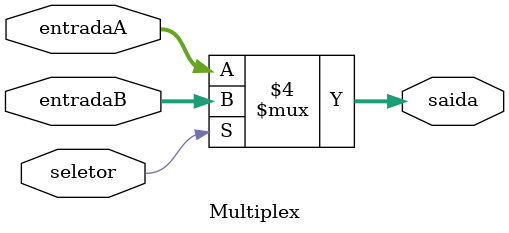
<source format=v>
`timescale 1ns / 1ps


module Multiplex(
    input [31:0] entradaA,
    input [31:0] entradaB,
    input [0:0] seletor,
    output reg [31:0] saida
    );
    
    always @(seletor, entradaA, entradaB)
        begin
            if (seletor == 0 )
                saida <= entradaA;
            else
                saida <= entradaB;
        end
endmodule

</source>
